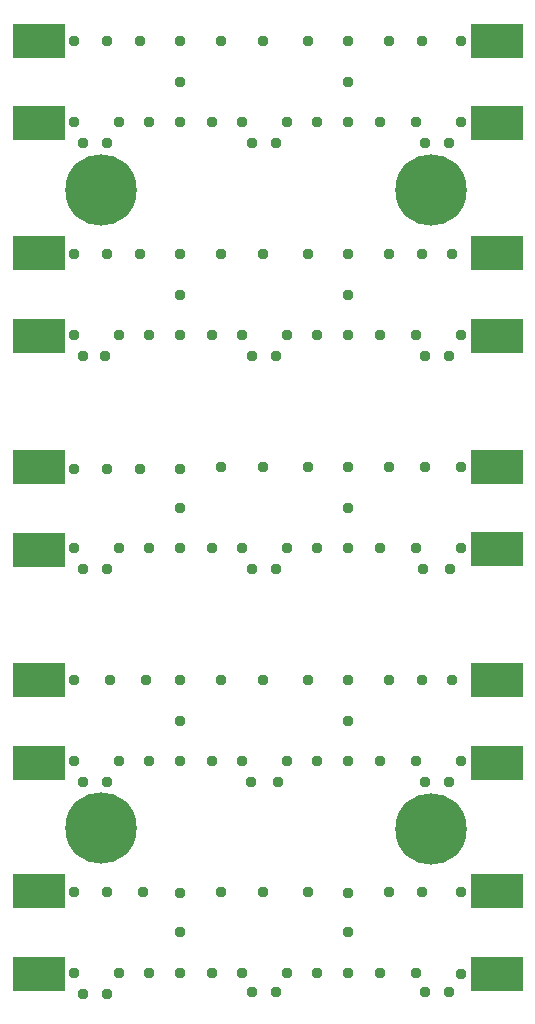
<source format=gbr>
G04 EAGLE Gerber RS-274X export*
G75*
%MOMM*%
%FSLAX34Y34*%
%LPD*%
%INSoldermask Bottom*%
%IPPOS*%
%AMOC8*
5,1,8,0,0,1.08239X$1,22.5*%
G01*
%ADD10R,4.394200X2.870200*%
%ADD11C,6.045200*%
%ADD12C,0.959600*%


D10*
X21154Y45054D03*
X21154Y114946D03*
X21154Y765054D03*
X21154Y834946D03*
X408846Y114946D03*
X408846Y45054D03*
X408846Y293676D03*
X408846Y223784D03*
X21154Y223784D03*
X21154Y293676D03*
X408846Y474311D03*
X408846Y404419D03*
X21154Y404154D03*
X21154Y474046D03*
X408846Y654946D03*
X408846Y585054D03*
X21154Y585054D03*
X21154Y654946D03*
X408846Y834946D03*
X408846Y765054D03*
D11*
X73660Y168260D03*
X353060Y167640D03*
X353060Y708660D03*
X73660Y708660D03*
D12*
X50800Y114300D03*
X78740Y114300D03*
X283210Y80010D03*
X140970Y80010D03*
X140970Y45720D03*
X140970Y113030D03*
X88900Y45720D03*
X50800Y45720D03*
X6350Y53340D03*
X20320Y53340D03*
X35560Y53340D03*
X6350Y106680D03*
X20320Y106680D03*
X35560Y106680D03*
X109220Y114300D03*
X58420Y27940D03*
X175260Y114300D03*
X193040Y45720D03*
X210820Y114300D03*
X248920Y114300D03*
X283210Y45720D03*
X283210Y113030D03*
X231140Y45720D03*
X201930Y29210D03*
X347980Y29210D03*
X309880Y45720D03*
X340360Y45720D03*
X378460Y44450D03*
X393700Y53340D03*
X408940Y53340D03*
X424180Y53340D03*
X424180Y106680D03*
X408940Y106680D03*
X393700Y106680D03*
X317500Y114300D03*
X378460Y114300D03*
X345440Y114300D03*
X6350Y232410D03*
X21590Y232410D03*
X36830Y232410D03*
X6350Y285750D03*
X21590Y285750D03*
X36830Y285750D03*
X6350Y411480D03*
X21590Y411480D03*
X36830Y411480D03*
X6350Y466090D03*
X21590Y466090D03*
X36830Y466090D03*
X6350Y593090D03*
X21590Y593090D03*
X36830Y593090D03*
X6350Y646430D03*
X21590Y646430D03*
X36830Y646430D03*
X6350Y773430D03*
X21590Y773430D03*
X36830Y773430D03*
X6350Y826770D03*
X21590Y826770D03*
X36830Y826770D03*
X50800Y834390D03*
X78740Y834390D03*
X140970Y834390D03*
X106680Y834390D03*
X175260Y834390D03*
X210820Y834390D03*
X248920Y834390D03*
X283210Y834390D03*
X317500Y834390D03*
X378460Y834390D03*
X345440Y834390D03*
X50800Y654050D03*
X78740Y654050D03*
X140970Y654050D03*
X106680Y654050D03*
X175260Y654050D03*
X210820Y654050D03*
X248920Y654050D03*
X283210Y654050D03*
X317500Y654050D03*
X370840Y654050D03*
X345440Y654050D03*
X50800Y472440D03*
X78740Y472440D03*
X140970Y472440D03*
X106680Y472440D03*
X175260Y473710D03*
X210820Y473710D03*
X248920Y473710D03*
X283210Y473710D03*
X317500Y473710D03*
X378460Y473710D03*
X347980Y473710D03*
X50800Y293370D03*
X81280Y293370D03*
X140970Y293370D03*
X111760Y293370D03*
X175260Y293370D03*
X210820Y293370D03*
X248920Y293370D03*
X283210Y293370D03*
X317500Y293370D03*
X370840Y293370D03*
X345440Y293370D03*
X140970Y224790D03*
X88900Y224790D03*
X50800Y224790D03*
X114300Y224790D03*
X58420Y207010D03*
X167640Y224790D03*
X283210Y224790D03*
X256540Y224790D03*
X200660Y207010D03*
X347980Y207010D03*
X309880Y224790D03*
X340360Y224790D03*
X378460Y224790D03*
X140970Y765810D03*
X88900Y765810D03*
X50800Y765810D03*
X114300Y765810D03*
X58420Y748030D03*
X167640Y765810D03*
X283210Y765810D03*
X231140Y765810D03*
X201930Y748030D03*
X347980Y748030D03*
X309880Y765810D03*
X340360Y765810D03*
X378460Y765810D03*
X140970Y585470D03*
X88900Y585470D03*
X50800Y585470D03*
X114300Y585470D03*
X58420Y567690D03*
X167640Y585470D03*
X283210Y585470D03*
X231140Y585470D03*
X201930Y567690D03*
X347980Y567690D03*
X309880Y585470D03*
X340360Y585470D03*
X378460Y585470D03*
X140970Y405130D03*
X88900Y405130D03*
X50800Y405130D03*
X114300Y405130D03*
X58420Y387350D03*
X167640Y405130D03*
X283210Y405130D03*
X256540Y405130D03*
X201930Y387350D03*
X346710Y387350D03*
X309880Y405130D03*
X340360Y405130D03*
X378460Y405130D03*
X393700Y826770D03*
X408940Y826770D03*
X424180Y826770D03*
X393700Y773430D03*
X408940Y773430D03*
X424180Y773430D03*
X393700Y646430D03*
X408940Y646430D03*
X424180Y646430D03*
X393700Y593090D03*
X408940Y593090D03*
X424180Y593090D03*
X393700Y466090D03*
X408940Y466090D03*
X424180Y466090D03*
X393700Y411480D03*
X408940Y411480D03*
X424180Y411480D03*
X393700Y285750D03*
X408940Y285750D03*
X424180Y285750D03*
X393700Y231140D03*
X408940Y231140D03*
X424180Y231140D03*
X140970Y259080D03*
X140970Y439420D03*
X140970Y619760D03*
X140970Y800100D03*
X283210Y800100D03*
X283210Y619760D03*
X283210Y439420D03*
X283210Y259080D03*
X78740Y27940D03*
X222250Y29210D03*
X368300Y29210D03*
X223520Y207010D03*
X78740Y207010D03*
X368300Y207010D03*
X78740Y387350D03*
X369570Y387350D03*
X222250Y387350D03*
X78740Y748030D03*
X222250Y748030D03*
X368300Y748030D03*
X114300Y45720D03*
X368300Y567690D03*
X222250Y567690D03*
X77470Y567690D03*
X193040Y765810D03*
X256540Y765810D03*
X193040Y585470D03*
X256540Y585470D03*
X193040Y405130D03*
X231140Y405130D03*
X193040Y224790D03*
X231140Y224790D03*
X167640Y45720D03*
X256540Y45720D03*
M02*

</source>
